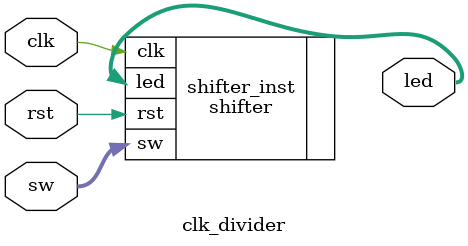
<source format=v>
`timescale 1ns / 1ps
module clk_divider(
    input clk,
    input rst,
    input [2:0] sw,
//    input [1:0] swInputToClockDiv,
//    output ClockOut,
    output [7:0] led
    );

//wire [26:0] din;
//wire [26:0] clkdiv;

//dff dff_inst0 (
//    .clk(clk), 
//    .rst(rst),
//    .D(din[0]),
//    .Q(clkdiv[0])
//);

//mux instance_name (
//    .sw(swInputToClockDiv), 
//    .clkdiv(clkdiv[26:0]), 
//    .clkout(ClockOut)
//    );

shifter shifter_inst (
.clk(clk),
.rst(rst),
.sw(sw),
.led(led)
);

//genvar i;
 
//generate
//for (i = 1; i < 27; i=i+1) 
//begin : dff_gen_label
//    dff dff_inst (
//        .clk(clkdiv[i-1]),
//        .rst(rst),
//        .D(din[i]),
//        .Q(clkdiv[i])
//    );
//    end
//endgenerate;

//assign din = ~clkdiv;
//assign ClockOut = clkdiv[26];

endmodule
</source>
